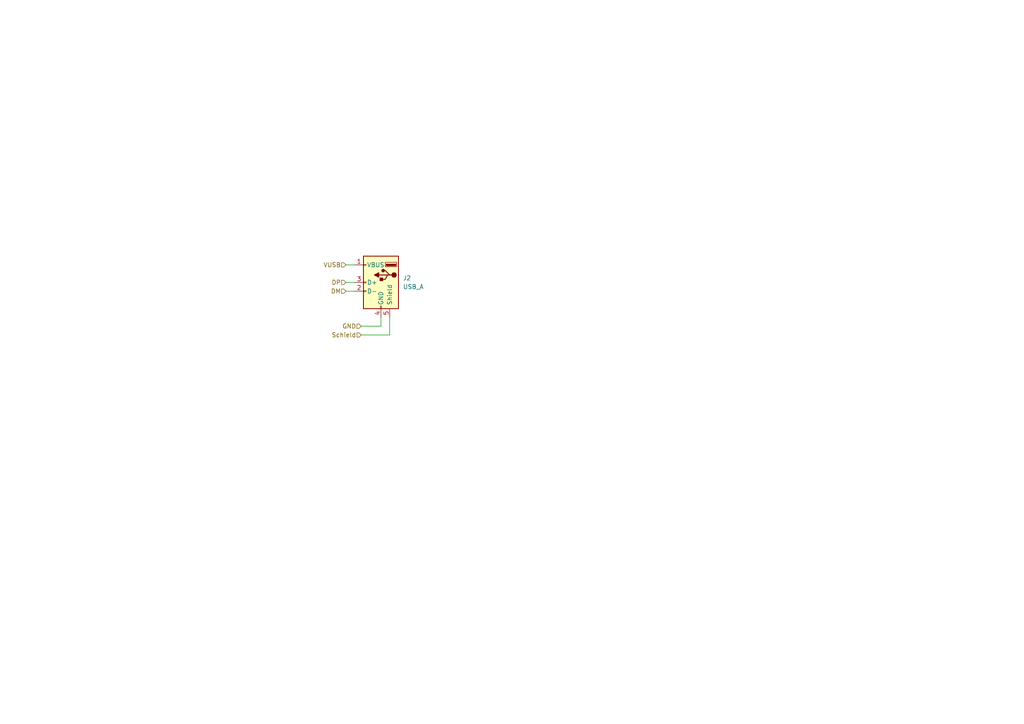
<source format=kicad_sch>
(kicad_sch (version 20211123) (generator eeschema)

  (uuid 1895faed-13c7-4877-930c-ef39a1d7419c)

  (paper "A4")

  (lib_symbols
    (symbol "Connector:USB_A" (pin_names (offset 1.016)) (in_bom yes) (on_board yes)
      (property "Reference" "J" (id 0) (at -5.08 11.43 0)
        (effects (font (size 1.27 1.27)) (justify left))
      )
      (property "Value" "USB_A" (id 1) (at -5.08 8.89 0)
        (effects (font (size 1.27 1.27)) (justify left))
      )
      (property "Footprint" "" (id 2) (at 3.81 -1.27 0)
        (effects (font (size 1.27 1.27)) hide)
      )
      (property "Datasheet" " ~" (id 3) (at 3.81 -1.27 0)
        (effects (font (size 1.27 1.27)) hide)
      )
      (property "ki_keywords" "connector USB" (id 4) (at 0 0 0)
        (effects (font (size 1.27 1.27)) hide)
      )
      (property "ki_description" "USB Type A connector" (id 5) (at 0 0 0)
        (effects (font (size 1.27 1.27)) hide)
      )
      (property "ki_fp_filters" "USB*" (id 6) (at 0 0 0)
        (effects (font (size 1.27 1.27)) hide)
      )
      (symbol "USB_A_0_1"
        (rectangle (start -5.08 -7.62) (end 5.08 7.62)
          (stroke (width 0.254) (type default) (color 0 0 0 0))
          (fill (type background))
        )
        (circle (center -3.81 2.159) (radius 0.635)
          (stroke (width 0.254) (type default) (color 0 0 0 0))
          (fill (type outline))
        )
        (rectangle (start -1.524 4.826) (end -4.318 5.334)
          (stroke (width 0) (type default) (color 0 0 0 0))
          (fill (type outline))
        )
        (rectangle (start -1.27 4.572) (end -4.572 5.842)
          (stroke (width 0) (type default) (color 0 0 0 0))
          (fill (type none))
        )
        (circle (center -0.635 3.429) (radius 0.381)
          (stroke (width 0.254) (type default) (color 0 0 0 0))
          (fill (type outline))
        )
        (rectangle (start -0.127 -7.62) (end 0.127 -6.858)
          (stroke (width 0) (type default) (color 0 0 0 0))
          (fill (type none))
        )
        (polyline
          (pts
            (xy -3.175 2.159)
            (xy -2.54 2.159)
            (xy -1.27 3.429)
            (xy -0.635 3.429)
          )
          (stroke (width 0.254) (type default) (color 0 0 0 0))
          (fill (type none))
        )
        (polyline
          (pts
            (xy -2.54 2.159)
            (xy -1.905 2.159)
            (xy -1.27 0.889)
            (xy 0 0.889)
          )
          (stroke (width 0.254) (type default) (color 0 0 0 0))
          (fill (type none))
        )
        (polyline
          (pts
            (xy 0.635 2.794)
            (xy 0.635 1.524)
            (xy 1.905 2.159)
            (xy 0.635 2.794)
          )
          (stroke (width 0.254) (type default) (color 0 0 0 0))
          (fill (type outline))
        )
        (rectangle (start 0.254 1.27) (end -0.508 0.508)
          (stroke (width 0.254) (type default) (color 0 0 0 0))
          (fill (type outline))
        )
        (rectangle (start 5.08 -2.667) (end 4.318 -2.413)
          (stroke (width 0) (type default) (color 0 0 0 0))
          (fill (type none))
        )
        (rectangle (start 5.08 -0.127) (end 4.318 0.127)
          (stroke (width 0) (type default) (color 0 0 0 0))
          (fill (type none))
        )
        (rectangle (start 5.08 4.953) (end 4.318 5.207)
          (stroke (width 0) (type default) (color 0 0 0 0))
          (fill (type none))
        )
      )
      (symbol "USB_A_1_1"
        (polyline
          (pts
            (xy -1.905 2.159)
            (xy 0.635 2.159)
          )
          (stroke (width 0.254) (type default) (color 0 0 0 0))
          (fill (type none))
        )
        (pin power_in line (at 7.62 5.08 180) (length 2.54)
          (name "VBUS" (effects (font (size 1.27 1.27))))
          (number "1" (effects (font (size 1.27 1.27))))
        )
        (pin bidirectional line (at 7.62 -2.54 180) (length 2.54)
          (name "D-" (effects (font (size 1.27 1.27))))
          (number "2" (effects (font (size 1.27 1.27))))
        )
        (pin bidirectional line (at 7.62 0 180) (length 2.54)
          (name "D+" (effects (font (size 1.27 1.27))))
          (number "3" (effects (font (size 1.27 1.27))))
        )
        (pin power_in line (at 0 -10.16 90) (length 2.54)
          (name "GND" (effects (font (size 1.27 1.27))))
          (number "4" (effects (font (size 1.27 1.27))))
        )
        (pin passive line (at -2.54 -10.16 90) (length 2.54)
          (name "Shield" (effects (font (size 1.27 1.27))))
          (number "5" (effects (font (size 1.27 1.27))))
        )
      )
    )
  )


  (wire (pts (xy 104.775 94.615) (xy 110.49 94.615))
    (stroke (width 0) (type default) (color 0 0 0 0))
    (uuid 3378f419-ed47-4ef4-a753-9063112d2d4e)
  )
  (wire (pts (xy 100.33 84.455) (xy 102.87 84.455))
    (stroke (width 0) (type default) (color 0 0 0 0))
    (uuid 97743b4a-8884-430d-b978-13b511cc4ae5)
  )
  (wire (pts (xy 110.49 94.615) (xy 110.49 92.075))
    (stroke (width 0) (type default) (color 0 0 0 0))
    (uuid 98b1c828-78ed-4a92-882a-13b2f172bd4a)
  )
  (wire (pts (xy 100.33 81.915) (xy 102.87 81.915))
    (stroke (width 0) (type default) (color 0 0 0 0))
    (uuid aa3f8057-6e6b-491a-9560-33663a0f9531)
  )
  (wire (pts (xy 100.33 76.835) (xy 102.87 76.835))
    (stroke (width 0) (type default) (color 0 0 0 0))
    (uuid d0d5625d-0d62-47be-9edb-d49cb7b006c6)
  )
  (wire (pts (xy 113.03 97.155) (xy 113.03 92.075))
    (stroke (width 0) (type default) (color 0 0 0 0))
    (uuid f30883e4-0fb6-42c4-a455-266d46f563f4)
  )
  (wire (pts (xy 104.775 97.155) (xy 113.03 97.155))
    (stroke (width 0) (type default) (color 0 0 0 0))
    (uuid fb45c42a-8f94-451e-876f-64420da84280)
  )

  (hierarchical_label "GND" (shape input) (at 104.775 94.615 180)
    (effects (font (size 1.27 1.27)) (justify right))
    (uuid 3a157695-9c71-4123-9d47-e9f157bde643)
  )
  (hierarchical_label "VUSB" (shape input) (at 100.33 76.835 180)
    (effects (font (size 1.27 1.27)) (justify right))
    (uuid 7b76360a-aede-4802-b9de-5d2c663c871a)
  )
  (hierarchical_label "DP" (shape input) (at 100.33 81.915 180)
    (effects (font (size 1.27 1.27)) (justify right))
    (uuid ab1266af-e027-471c-88be-46be49e6f25b)
  )
  (hierarchical_label "DM" (shape input) (at 100.33 84.455 180)
    (effects (font (size 1.27 1.27)) (justify right))
    (uuid bfdeaa36-99b0-4289-97c2-63727e21c96f)
  )
  (hierarchical_label "Schield" (shape input) (at 104.775 97.155 180)
    (effects (font (size 1.27 1.27)) (justify right))
    (uuid c71dddf3-a8b3-47a6-a48c-607c651572d2)
  )

  (symbol (lib_id "Connector:USB_A") (at 110.49 81.915 0) (mirror y) (unit 1)
    (in_bom yes) (on_board yes) (fields_autoplaced)
    (uuid 280abc26-1f3a-483c-9d65-6aa192d0a6f3)
    (property "Reference" "J2" (id 0) (at 116.84 80.6449 0)
      (effects (font (size 1.27 1.27)) (justify right))
    )
    (property "Value" "USB_A" (id 1) (at 116.84 83.1849 0)
      (effects (font (size 1.27 1.27)) (justify right))
    )
    (property "Footprint" "Connector_USB:USB_A_CONNFLY_DS1095-WNR0" (id 2) (at 106.68 83.185 0)
      (effects (font (size 1.27 1.27)) hide)
    )
    (property "Datasheet" " ~" (id 3) (at 106.68 83.185 0)
      (effects (font (size 1.27 1.27)) hide)
    )
    (pin "1" (uuid 399ee2f2-1add-4b01-8172-34671bad4b8c))
    (pin "2" (uuid b3c75da0-84df-43d5-aa25-5dc1a80ecb8e))
    (pin "3" (uuid 54ad4642-57ae-4bc5-b620-a5403218956f))
    (pin "4" (uuid 2a498dd5-f737-4ec7-a74f-afc737c09d2c))
    (pin "5" (uuid 82e0f0c5-2221-4535-a518-82ac10c64824))
  )
)

</source>
